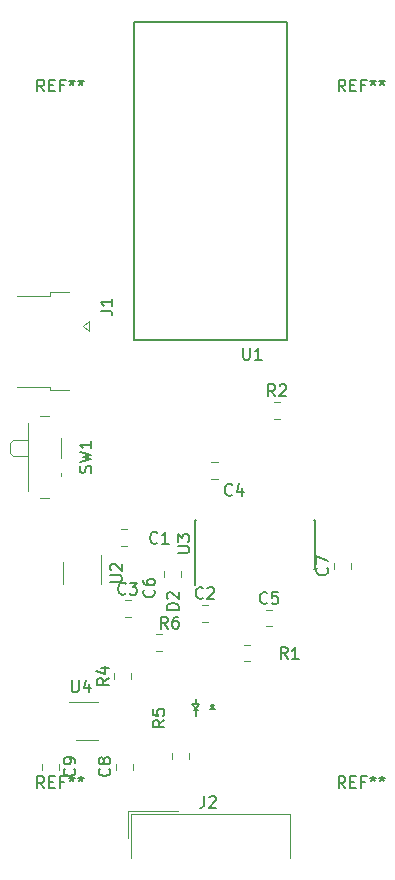
<source format=gto>
G04 #@! TF.GenerationSoftware,KiCad,Pcbnew,5.0.2-bee76a0~70~ubuntu16.04.1*
G04 #@! TF.CreationDate,2020-11-05T23:54:09+01:00*
G04 #@! TF.ProjectId,BTSerialClient,42545365-7269-4616-9c43-6c69656e742e,rev?*
G04 #@! TF.SameCoordinates,Original*
G04 #@! TF.FileFunction,Legend,Top*
G04 #@! TF.FilePolarity,Positive*
%FSLAX46Y46*%
G04 Gerber Fmt 4.6, Leading zero omitted, Abs format (unit mm)*
G04 Created by KiCad (PCBNEW 5.0.2-bee76a0~70~ubuntu16.04.1) date tor  5 nov 2020 23:54:09*
%MOMM*%
%LPD*%
G01*
G04 APERTURE LIST*
%ADD10C,0.120000*%
%ADD11C,0.150000*%
G04 APERTURE END LIST*
D10*
G04 #@! TO.C,J1*
X110385640Y-54632680D02*
X110835640Y-54232680D01*
X110835640Y-54232680D02*
X110835640Y-55032680D01*
X110835640Y-55032680D02*
X110385640Y-54632680D01*
X104785640Y-59757680D02*
X107585640Y-59757680D01*
X107585640Y-59757680D02*
X107585640Y-60057680D01*
X107585640Y-60057680D02*
X109135640Y-60057680D01*
X104785640Y-52057680D02*
X107585640Y-52057680D01*
X107585640Y-51757680D02*
X107585640Y-52057680D01*
X107585640Y-51757680D02*
X109135640Y-51757680D01*
G04 #@! TO.C,C1*
X113586628Y-73230920D02*
X114109132Y-73230920D01*
X113586628Y-71810920D02*
X114109132Y-71810920D01*
G04 #@! TO.C,C2*
X120419228Y-79643040D02*
X120941732Y-79643040D01*
X120419228Y-78223040D02*
X120941732Y-78223040D01*
G04 #@! TO.C,C3*
X113871108Y-77845960D02*
X114393612Y-77845960D01*
X113871108Y-79265960D02*
X114393612Y-79265960D01*
G04 #@! TO.C,C4*
X121755812Y-67552640D02*
X121233308Y-67552640D01*
X121755812Y-66132640D02*
X121233308Y-66132640D01*
G04 #@! TO.C,C5*
X125849868Y-78624360D02*
X126372372Y-78624360D01*
X125849868Y-80044360D02*
X126372372Y-80044360D01*
G04 #@! TO.C,C6*
X117227280Y-75902452D02*
X117227280Y-75379948D01*
X118647280Y-75902452D02*
X118647280Y-75379948D01*
G04 #@! TO.C,C7*
X133023680Y-75181092D02*
X133023680Y-74658588D01*
X131603680Y-75181092D02*
X131603680Y-74658588D01*
G04 #@! TO.C,C8*
X113163280Y-92187772D02*
X113163280Y-91665268D01*
X114583280Y-92187772D02*
X114583280Y-91665268D01*
G04 #@! TO.C,C9*
X106899640Y-91670348D02*
X106899640Y-92192852D01*
X108319640Y-91670348D02*
X108319640Y-92192852D01*
G04 #@! TO.C,J2*
X127894033Y-99687600D02*
X127894033Y-95947600D01*
X127894033Y-95947600D02*
X114447367Y-95947600D01*
X114447367Y-95947600D02*
X114447367Y-99687600D01*
X114207367Y-97947600D02*
X114207367Y-95707600D01*
X114207367Y-95707600D02*
X118400700Y-95707600D01*
G04 #@! TO.C,R1*
X123968748Y-83020000D02*
X124491252Y-83020000D01*
X123968748Y-81600000D02*
X124491252Y-81600000D01*
G04 #@! TO.C,R2*
X126530468Y-61047560D02*
X127052972Y-61047560D01*
X126530468Y-62467560D02*
X127052972Y-62467560D01*
G04 #@! TO.C,R4*
X113021040Y-84532212D02*
X113021040Y-84009708D01*
X114441040Y-84532212D02*
X114441040Y-84009708D01*
G04 #@! TO.C,SW1*
X108536600Y-67098360D02*
X108536600Y-67298360D01*
X104396600Y-64298360D02*
X104186600Y-64498360D01*
X104396600Y-65598360D02*
X104186600Y-65398360D01*
X105686600Y-64298360D02*
X104396600Y-64298360D01*
X104186600Y-64498360D02*
X104186600Y-65398360D01*
X104396600Y-65598360D02*
X105686600Y-65598360D01*
X105686600Y-62848360D02*
X105686600Y-68548360D01*
X108536600Y-64098360D02*
X108536600Y-65798360D01*
X107486600Y-62248360D02*
X106696600Y-62248360D01*
X106696600Y-69148360D02*
X107486600Y-69148360D01*
D11*
G04 #@! TO.C,U1*
X114670700Y-28868720D02*
X127670700Y-28868720D01*
X127670700Y-28868720D02*
X127670700Y-55768720D01*
X114670700Y-28868720D02*
X114670700Y-55768720D01*
X114670700Y-55768720D02*
X127670700Y-55768720D01*
D10*
G04 #@! TO.C,U2*
X111896800Y-76438440D02*
X111896800Y-73988440D01*
X108676800Y-74638440D02*
X108676800Y-76438440D01*
D11*
G04 #@! TO.C,U3*
X119837240Y-75150800D02*
X119862240Y-75150800D01*
X119837240Y-71000800D02*
X119942240Y-71000800D01*
X129987240Y-71000800D02*
X129882240Y-71000800D01*
X129987240Y-75150800D02*
X129882240Y-75150800D01*
X119837240Y-75150800D02*
X119837240Y-71000800D01*
X129987240Y-75150800D02*
X129987240Y-71000800D01*
X119862240Y-75150800D02*
X119862240Y-76525800D01*
D10*
G04 #@! TO.C,U4*
X109788120Y-89670640D02*
X111588120Y-89670640D01*
X111588120Y-86450640D02*
X109138120Y-86450640D01*
D11*
G04 #@! TO.C,D2*
X121310000Y-86920000D02*
X121160000Y-86720000D01*
X121160000Y-86720000D02*
X121460000Y-86720000D01*
X121460000Y-86720000D02*
X121310000Y-86920000D01*
X121110000Y-87070000D02*
X121510000Y-87070000D01*
X119610000Y-86620000D02*
X119910000Y-87020000D01*
X119910000Y-87020000D02*
X120210000Y-86620000D01*
X119610000Y-86620000D02*
X120210000Y-86620000D01*
X119760000Y-87170000D02*
X120060000Y-87170000D01*
X119910000Y-87220000D02*
X119910000Y-87620000D01*
X119910000Y-86620000D02*
X119910000Y-86170000D01*
D10*
G04 #@! TO.C,R5*
X119310000Y-91261252D02*
X119310000Y-90738748D01*
X117890000Y-91261252D02*
X117890000Y-90738748D01*
G04 #@! TO.C,R6*
X116548748Y-80690000D02*
X117071252Y-80690000D01*
X116548748Y-82110000D02*
X117071252Y-82110000D01*
G04 #@! TO.C,REF\002A\002A*
D11*
X132566666Y-93752380D02*
X132233333Y-93276190D01*
X131995238Y-93752380D02*
X131995238Y-92752380D01*
X132376190Y-92752380D01*
X132471428Y-92800000D01*
X132519047Y-92847619D01*
X132566666Y-92942857D01*
X132566666Y-93085714D01*
X132519047Y-93180952D01*
X132471428Y-93228571D01*
X132376190Y-93276190D01*
X131995238Y-93276190D01*
X132995238Y-93228571D02*
X133328571Y-93228571D01*
X133471428Y-93752380D02*
X132995238Y-93752380D01*
X132995238Y-92752380D01*
X133471428Y-92752380D01*
X134233333Y-93228571D02*
X133900000Y-93228571D01*
X133900000Y-93752380D02*
X133900000Y-92752380D01*
X134376190Y-92752380D01*
X134900000Y-92752380D02*
X134900000Y-92990476D01*
X134661904Y-92895238D02*
X134900000Y-92990476D01*
X135138095Y-92895238D01*
X134757142Y-93180952D02*
X134900000Y-92990476D01*
X135042857Y-93180952D01*
X135661904Y-92752380D02*
X135661904Y-92990476D01*
X135423809Y-92895238D02*
X135661904Y-92990476D01*
X135900000Y-92895238D01*
X135519047Y-93180952D02*
X135661904Y-92990476D01*
X135804761Y-93180952D01*
X132566666Y-34752380D02*
X132233333Y-34276190D01*
X131995238Y-34752380D02*
X131995238Y-33752380D01*
X132376190Y-33752380D01*
X132471428Y-33800000D01*
X132519047Y-33847619D01*
X132566666Y-33942857D01*
X132566666Y-34085714D01*
X132519047Y-34180952D01*
X132471428Y-34228571D01*
X132376190Y-34276190D01*
X131995238Y-34276190D01*
X132995238Y-34228571D02*
X133328571Y-34228571D01*
X133471428Y-34752380D02*
X132995238Y-34752380D01*
X132995238Y-33752380D01*
X133471428Y-33752380D01*
X134233333Y-34228571D02*
X133900000Y-34228571D01*
X133900000Y-34752380D02*
X133900000Y-33752380D01*
X134376190Y-33752380D01*
X134900000Y-33752380D02*
X134900000Y-33990476D01*
X134661904Y-33895238D02*
X134900000Y-33990476D01*
X135138095Y-33895238D01*
X134757142Y-34180952D02*
X134900000Y-33990476D01*
X135042857Y-34180952D01*
X135661904Y-33752380D02*
X135661904Y-33990476D01*
X135423809Y-33895238D02*
X135661904Y-33990476D01*
X135900000Y-33895238D01*
X135519047Y-34180952D02*
X135661904Y-33990476D01*
X135804761Y-34180952D01*
X107066666Y-34752380D02*
X106733333Y-34276190D01*
X106495238Y-34752380D02*
X106495238Y-33752380D01*
X106876190Y-33752380D01*
X106971428Y-33800000D01*
X107019047Y-33847619D01*
X107066666Y-33942857D01*
X107066666Y-34085714D01*
X107019047Y-34180952D01*
X106971428Y-34228571D01*
X106876190Y-34276190D01*
X106495238Y-34276190D01*
X107495238Y-34228571D02*
X107828571Y-34228571D01*
X107971428Y-34752380D02*
X107495238Y-34752380D01*
X107495238Y-33752380D01*
X107971428Y-33752380D01*
X108733333Y-34228571D02*
X108400000Y-34228571D01*
X108400000Y-34752380D02*
X108400000Y-33752380D01*
X108876190Y-33752380D01*
X109400000Y-33752380D02*
X109400000Y-33990476D01*
X109161904Y-33895238D02*
X109400000Y-33990476D01*
X109638095Y-33895238D01*
X109257142Y-34180952D02*
X109400000Y-33990476D01*
X109542857Y-34180952D01*
X110161904Y-33752380D02*
X110161904Y-33990476D01*
X109923809Y-33895238D02*
X110161904Y-33990476D01*
X110400000Y-33895238D01*
X110019047Y-34180952D02*
X110161904Y-33990476D01*
X110304761Y-34180952D01*
G04 #@! TO.C,J1*
X111849820Y-53339813D02*
X112564106Y-53339813D01*
X112706963Y-53387432D01*
X112802201Y-53482670D01*
X112849820Y-53625527D01*
X112849820Y-53720765D01*
X112849820Y-52339813D02*
X112849820Y-52911241D01*
X112849820Y-52625527D02*
X111849820Y-52625527D01*
X111992678Y-52720765D01*
X112087916Y-52816003D01*
X112135535Y-52911241D01*
G04 #@! TO.C,C1*
X116653013Y-72949182D02*
X116605394Y-72996801D01*
X116462537Y-73044420D01*
X116367299Y-73044420D01*
X116224441Y-72996801D01*
X116129203Y-72901563D01*
X116081584Y-72806325D01*
X116033965Y-72615849D01*
X116033965Y-72472992D01*
X116081584Y-72282516D01*
X116129203Y-72187278D01*
X116224441Y-72092040D01*
X116367299Y-72044420D01*
X116462537Y-72044420D01*
X116605394Y-72092040D01*
X116653013Y-72139659D01*
X117605394Y-73044420D02*
X117033965Y-73044420D01*
X117319680Y-73044420D02*
X117319680Y-72044420D01*
X117224441Y-72187278D01*
X117129203Y-72282516D01*
X117033965Y-72330135D01*
G04 #@! TO.C,C2*
X120513813Y-77640182D02*
X120466194Y-77687801D01*
X120323337Y-77735420D01*
X120228099Y-77735420D01*
X120085241Y-77687801D01*
X119990003Y-77592563D01*
X119942384Y-77497325D01*
X119894765Y-77306849D01*
X119894765Y-77163992D01*
X119942384Y-76973516D01*
X119990003Y-76878278D01*
X120085241Y-76783040D01*
X120228099Y-76735420D01*
X120323337Y-76735420D01*
X120466194Y-76783040D01*
X120513813Y-76830659D01*
X120894765Y-76830659D02*
X120942384Y-76783040D01*
X121037622Y-76735420D01*
X121275718Y-76735420D01*
X121370956Y-76783040D01*
X121418575Y-76830659D01*
X121466194Y-76925897D01*
X121466194Y-77021135D01*
X121418575Y-77163992D01*
X120847146Y-77735420D01*
X121466194Y-77735420D01*
G04 #@! TO.C,C3*
X113965693Y-77263102D02*
X113918074Y-77310721D01*
X113775217Y-77358340D01*
X113679979Y-77358340D01*
X113537121Y-77310721D01*
X113441883Y-77215483D01*
X113394264Y-77120245D01*
X113346645Y-76929769D01*
X113346645Y-76786912D01*
X113394264Y-76596436D01*
X113441883Y-76501198D01*
X113537121Y-76405960D01*
X113679979Y-76358340D01*
X113775217Y-76358340D01*
X113918074Y-76405960D01*
X113965693Y-76453579D01*
X114299026Y-76358340D02*
X114918074Y-76358340D01*
X114584740Y-76739293D01*
X114727598Y-76739293D01*
X114822836Y-76786912D01*
X114870455Y-76834531D01*
X114918074Y-76929769D01*
X114918074Y-77167864D01*
X114870455Y-77263102D01*
X114822836Y-77310721D01*
X114727598Y-77358340D01*
X114441883Y-77358340D01*
X114346645Y-77310721D01*
X114299026Y-77263102D01*
G04 #@! TO.C,C4*
X122987773Y-68886342D02*
X122940154Y-68933961D01*
X122797297Y-68981580D01*
X122702059Y-68981580D01*
X122559201Y-68933961D01*
X122463963Y-68838723D01*
X122416344Y-68743485D01*
X122368725Y-68553009D01*
X122368725Y-68410152D01*
X122416344Y-68219676D01*
X122463963Y-68124438D01*
X122559201Y-68029200D01*
X122702059Y-67981580D01*
X122797297Y-67981580D01*
X122940154Y-68029200D01*
X122987773Y-68076819D01*
X123844916Y-68314914D02*
X123844916Y-68981580D01*
X123606820Y-67933961D02*
X123368725Y-68648247D01*
X123987773Y-68648247D01*
G04 #@! TO.C,C5*
X125944453Y-78041502D02*
X125896834Y-78089121D01*
X125753977Y-78136740D01*
X125658739Y-78136740D01*
X125515881Y-78089121D01*
X125420643Y-77993883D01*
X125373024Y-77898645D01*
X125325405Y-77708169D01*
X125325405Y-77565312D01*
X125373024Y-77374836D01*
X125420643Y-77279598D01*
X125515881Y-77184360D01*
X125658739Y-77136740D01*
X125753977Y-77136740D01*
X125896834Y-77184360D01*
X125944453Y-77231979D01*
X126849215Y-77136740D02*
X126373024Y-77136740D01*
X126325405Y-77612931D01*
X126373024Y-77565312D01*
X126468262Y-77517693D01*
X126706358Y-77517693D01*
X126801596Y-77565312D01*
X126849215Y-77612931D01*
X126896834Y-77708169D01*
X126896834Y-77946264D01*
X126849215Y-78041502D01*
X126801596Y-78089121D01*
X126706358Y-78136740D01*
X126468262Y-78136740D01*
X126373024Y-78089121D01*
X126325405Y-78041502D01*
G04 #@! TO.C,C6*
X116338622Y-76955946D02*
X116386241Y-77003565D01*
X116433860Y-77146422D01*
X116433860Y-77241660D01*
X116386241Y-77384518D01*
X116291003Y-77479756D01*
X116195765Y-77527375D01*
X116005289Y-77574994D01*
X115862432Y-77574994D01*
X115671956Y-77527375D01*
X115576718Y-77479756D01*
X115481480Y-77384518D01*
X115433860Y-77241660D01*
X115433860Y-77146422D01*
X115481480Y-77003565D01*
X115529099Y-76955946D01*
X115433860Y-76098803D02*
X115433860Y-76289280D01*
X115481480Y-76384518D01*
X115529099Y-76432137D01*
X115671956Y-76527375D01*
X115862432Y-76574994D01*
X116243384Y-76574994D01*
X116338622Y-76527375D01*
X116386241Y-76479756D01*
X116433860Y-76384518D01*
X116433860Y-76194041D01*
X116386241Y-76098803D01*
X116338622Y-76051184D01*
X116243384Y-76003565D01*
X116005289Y-76003565D01*
X115910051Y-76051184D01*
X115862432Y-76098803D01*
X115814813Y-76194041D01*
X115814813Y-76384518D01*
X115862432Y-76479756D01*
X115910051Y-76527375D01*
X116005289Y-76574994D01*
G04 #@! TO.C,C7*
X131020822Y-75086506D02*
X131068441Y-75134125D01*
X131116060Y-75276982D01*
X131116060Y-75372220D01*
X131068441Y-75515078D01*
X130973203Y-75610316D01*
X130877965Y-75657935D01*
X130687489Y-75705554D01*
X130544632Y-75705554D01*
X130354156Y-75657935D01*
X130258918Y-75610316D01*
X130163680Y-75515078D01*
X130116060Y-75372220D01*
X130116060Y-75276982D01*
X130163680Y-75134125D01*
X130211299Y-75086506D01*
X130116060Y-74753173D02*
X130116060Y-74086506D01*
X131116060Y-74515078D01*
G04 #@! TO.C,C8*
X112580422Y-92093186D02*
X112628041Y-92140805D01*
X112675660Y-92283662D01*
X112675660Y-92378900D01*
X112628041Y-92521758D01*
X112532803Y-92616996D01*
X112437565Y-92664615D01*
X112247089Y-92712234D01*
X112104232Y-92712234D01*
X111913756Y-92664615D01*
X111818518Y-92616996D01*
X111723280Y-92521758D01*
X111675660Y-92378900D01*
X111675660Y-92283662D01*
X111723280Y-92140805D01*
X111770899Y-92093186D01*
X112104232Y-91521758D02*
X112056613Y-91616996D01*
X112008994Y-91664615D01*
X111913756Y-91712234D01*
X111866137Y-91712234D01*
X111770899Y-91664615D01*
X111723280Y-91616996D01*
X111675660Y-91521758D01*
X111675660Y-91331281D01*
X111723280Y-91236043D01*
X111770899Y-91188424D01*
X111866137Y-91140805D01*
X111913756Y-91140805D01*
X112008994Y-91188424D01*
X112056613Y-91236043D01*
X112104232Y-91331281D01*
X112104232Y-91521758D01*
X112151851Y-91616996D01*
X112199470Y-91664615D01*
X112294708Y-91712234D01*
X112485184Y-91712234D01*
X112580422Y-91664615D01*
X112628041Y-91616996D01*
X112675660Y-91521758D01*
X112675660Y-91331281D01*
X112628041Y-91236043D01*
X112580422Y-91188424D01*
X112485184Y-91140805D01*
X112294708Y-91140805D01*
X112199470Y-91188424D01*
X112151851Y-91236043D01*
X112104232Y-91331281D01*
G04 #@! TO.C,C9*
X109616782Y-92098266D02*
X109664401Y-92145885D01*
X109712020Y-92288742D01*
X109712020Y-92383980D01*
X109664401Y-92526838D01*
X109569163Y-92622076D01*
X109473925Y-92669695D01*
X109283449Y-92717314D01*
X109140592Y-92717314D01*
X108950116Y-92669695D01*
X108854878Y-92622076D01*
X108759640Y-92526838D01*
X108712020Y-92383980D01*
X108712020Y-92288742D01*
X108759640Y-92145885D01*
X108807259Y-92098266D01*
X109712020Y-91622076D02*
X109712020Y-91431600D01*
X109664401Y-91336361D01*
X109616782Y-91288742D01*
X109473925Y-91193504D01*
X109283449Y-91145885D01*
X108902497Y-91145885D01*
X108807259Y-91193504D01*
X108759640Y-91241123D01*
X108712020Y-91336361D01*
X108712020Y-91526838D01*
X108759640Y-91622076D01*
X108807259Y-91669695D01*
X108902497Y-91717314D01*
X109140592Y-91717314D01*
X109235830Y-91669695D01*
X109283449Y-91622076D01*
X109331068Y-91526838D01*
X109331068Y-91336361D01*
X109283449Y-91241123D01*
X109235830Y-91193504D01*
X109140592Y-91145885D01*
G04 #@! TO.C,J2*
X120611306Y-94423100D02*
X120611306Y-95137386D01*
X120563687Y-95280243D01*
X120468449Y-95375481D01*
X120325592Y-95423100D01*
X120230354Y-95423100D01*
X121039878Y-94518339D02*
X121087497Y-94470720D01*
X121182735Y-94423100D01*
X121420830Y-94423100D01*
X121516068Y-94470720D01*
X121563687Y-94518339D01*
X121611306Y-94613577D01*
X121611306Y-94708815D01*
X121563687Y-94851672D01*
X120992259Y-95423100D01*
X121611306Y-95423100D01*
G04 #@! TO.C,R1*
X127677179Y-82811173D02*
X127343846Y-82334983D01*
X127105750Y-82811173D02*
X127105750Y-81811173D01*
X127486703Y-81811173D01*
X127581941Y-81858793D01*
X127629560Y-81906412D01*
X127677179Y-82001650D01*
X127677179Y-82144507D01*
X127629560Y-82239745D01*
X127581941Y-82287364D01*
X127486703Y-82334983D01*
X127105750Y-82334983D01*
X128629560Y-82811173D02*
X128058131Y-82811173D01*
X128343846Y-82811173D02*
X128343846Y-81811173D01*
X128248607Y-81954031D01*
X128153369Y-82049269D01*
X128058131Y-82096888D01*
G04 #@! TO.C,R2*
X126625053Y-60559940D02*
X126291720Y-60083750D01*
X126053624Y-60559940D02*
X126053624Y-59559940D01*
X126434577Y-59559940D01*
X126529815Y-59607560D01*
X126577434Y-59655179D01*
X126625053Y-59750417D01*
X126625053Y-59893274D01*
X126577434Y-59988512D01*
X126529815Y-60036131D01*
X126434577Y-60083750D01*
X126053624Y-60083750D01*
X127006005Y-59655179D02*
X127053624Y-59607560D01*
X127148862Y-59559940D01*
X127386958Y-59559940D01*
X127482196Y-59607560D01*
X127529815Y-59655179D01*
X127577434Y-59750417D01*
X127577434Y-59845655D01*
X127529815Y-59988512D01*
X126958386Y-60559940D01*
X127577434Y-60559940D01*
G04 #@! TO.C,R4*
X112533420Y-84437626D02*
X112057230Y-84770960D01*
X112533420Y-85009055D02*
X111533420Y-85009055D01*
X111533420Y-84628102D01*
X111581040Y-84532864D01*
X111628659Y-84485245D01*
X111723897Y-84437626D01*
X111866754Y-84437626D01*
X111961992Y-84485245D01*
X112009611Y-84532864D01*
X112057230Y-84628102D01*
X112057230Y-85009055D01*
X111866754Y-83580483D02*
X112533420Y-83580483D01*
X111485801Y-83818579D02*
X112200087Y-84056674D01*
X112200087Y-83437626D01*
G04 #@! TO.C,SW1*
X111021361Y-67031693D02*
X111068980Y-66888836D01*
X111068980Y-66650740D01*
X111021361Y-66555502D01*
X110973742Y-66507883D01*
X110878504Y-66460264D01*
X110783266Y-66460264D01*
X110688028Y-66507883D01*
X110640409Y-66555502D01*
X110592790Y-66650740D01*
X110545171Y-66841217D01*
X110497552Y-66936455D01*
X110449933Y-66984074D01*
X110354695Y-67031693D01*
X110259457Y-67031693D01*
X110164219Y-66984074D01*
X110116600Y-66936455D01*
X110068980Y-66841217D01*
X110068980Y-66603121D01*
X110116600Y-66460264D01*
X110068980Y-66126931D02*
X111068980Y-65888836D01*
X110354695Y-65698360D01*
X111068980Y-65507883D01*
X110068980Y-65269788D01*
X111068980Y-64365026D02*
X111068980Y-64936455D01*
X111068980Y-64650740D02*
X110068980Y-64650740D01*
X110211838Y-64745979D01*
X110307076Y-64841217D01*
X110354695Y-64936455D01*
G04 #@! TO.C,U1*
X123908795Y-56471100D02*
X123908795Y-57280624D01*
X123956414Y-57375862D01*
X124004033Y-57423481D01*
X124099271Y-57471100D01*
X124289747Y-57471100D01*
X124384985Y-57423481D01*
X124432604Y-57375862D01*
X124480223Y-57280624D01*
X124480223Y-56471100D01*
X125480223Y-57471100D02*
X124908795Y-57471100D01*
X125194509Y-57471100D02*
X125194509Y-56471100D01*
X125099271Y-56613958D01*
X125004033Y-56709196D01*
X124908795Y-56756815D01*
G04 #@! TO.C,U2*
X112639180Y-76300344D02*
X113448704Y-76300344D01*
X113543942Y-76252725D01*
X113591561Y-76205106D01*
X113639180Y-76109868D01*
X113639180Y-75919392D01*
X113591561Y-75824154D01*
X113543942Y-75776535D01*
X113448704Y-75728916D01*
X112639180Y-75728916D01*
X112734419Y-75300344D02*
X112686800Y-75252725D01*
X112639180Y-75157487D01*
X112639180Y-74919392D01*
X112686800Y-74824154D01*
X112734419Y-74776535D01*
X112829657Y-74728916D01*
X112924895Y-74728916D01*
X113067752Y-74776535D01*
X113639180Y-75347963D01*
X113639180Y-74728916D01*
G04 #@! TO.C,U3*
X118364620Y-73837704D02*
X119174144Y-73837704D01*
X119269382Y-73790085D01*
X119317001Y-73742466D01*
X119364620Y-73647228D01*
X119364620Y-73456752D01*
X119317001Y-73361514D01*
X119269382Y-73313895D01*
X119174144Y-73266276D01*
X118364620Y-73266276D01*
X118364620Y-72885323D02*
X118364620Y-72266276D01*
X118745573Y-72599609D01*
X118745573Y-72456752D01*
X118793192Y-72361514D01*
X118840811Y-72313895D01*
X118936049Y-72266276D01*
X119174144Y-72266276D01*
X119269382Y-72313895D01*
X119317001Y-72361514D01*
X119364620Y-72456752D01*
X119364620Y-72742466D01*
X119317001Y-72837704D01*
X119269382Y-72885323D01*
G04 #@! TO.C,U4*
X109408055Y-84627580D02*
X109408055Y-85437104D01*
X109455674Y-85532342D01*
X109503293Y-85579961D01*
X109598531Y-85627580D01*
X109789007Y-85627580D01*
X109884245Y-85579961D01*
X109931864Y-85532342D01*
X109979483Y-85437104D01*
X109979483Y-84627580D01*
X110884245Y-84960914D02*
X110884245Y-85627580D01*
X110646150Y-84579961D02*
X110408055Y-85294247D01*
X111027102Y-85294247D01*
G04 #@! TO.C,D2*
X118462380Y-78658095D02*
X117462380Y-78658095D01*
X117462380Y-78420000D01*
X117510000Y-78277142D01*
X117605238Y-78181904D01*
X117700476Y-78134285D01*
X117890952Y-78086666D01*
X118033809Y-78086666D01*
X118224285Y-78134285D01*
X118319523Y-78181904D01*
X118414761Y-78277142D01*
X118462380Y-78420000D01*
X118462380Y-78658095D01*
X117557619Y-77705714D02*
X117510000Y-77658095D01*
X117462380Y-77562857D01*
X117462380Y-77324761D01*
X117510000Y-77229523D01*
X117557619Y-77181904D01*
X117652857Y-77134285D01*
X117748095Y-77134285D01*
X117890952Y-77181904D01*
X118462380Y-77753333D01*
X118462380Y-77134285D01*
G04 #@! TO.C,R5*
X117257381Y-87981665D02*
X116781191Y-88314999D01*
X117257381Y-88553094D02*
X116257381Y-88553094D01*
X116257381Y-88172141D01*
X116305001Y-88076903D01*
X116352620Y-88029284D01*
X116447858Y-87981665D01*
X116590715Y-87981665D01*
X116685953Y-88029284D01*
X116733572Y-88076903D01*
X116781191Y-88172141D01*
X116781191Y-88553094D01*
X116257381Y-87076903D02*
X116257381Y-87553094D01*
X116733572Y-87600713D01*
X116685953Y-87553094D01*
X116638334Y-87457856D01*
X116638334Y-87219760D01*
X116685953Y-87124522D01*
X116733572Y-87076903D01*
X116828810Y-87029284D01*
X117066905Y-87029284D01*
X117162143Y-87076903D01*
X117209762Y-87124522D01*
X117257381Y-87219760D01*
X117257381Y-87457856D01*
X117209762Y-87553094D01*
X117162143Y-87600713D01*
G04 #@! TO.C,R6*
X117533333Y-80232380D02*
X117200000Y-79756190D01*
X116961904Y-80232380D02*
X116961904Y-79232380D01*
X117342857Y-79232380D01*
X117438095Y-79280000D01*
X117485714Y-79327619D01*
X117533333Y-79422857D01*
X117533333Y-79565714D01*
X117485714Y-79660952D01*
X117438095Y-79708571D01*
X117342857Y-79756190D01*
X116961904Y-79756190D01*
X118390476Y-79232380D02*
X118200000Y-79232380D01*
X118104761Y-79280000D01*
X118057142Y-79327619D01*
X117961904Y-79470476D01*
X117914285Y-79660952D01*
X117914285Y-80041904D01*
X117961904Y-80137142D01*
X118009523Y-80184761D01*
X118104761Y-80232380D01*
X118295238Y-80232380D01*
X118390476Y-80184761D01*
X118438095Y-80137142D01*
X118485714Y-80041904D01*
X118485714Y-79803809D01*
X118438095Y-79708571D01*
X118390476Y-79660952D01*
X118295238Y-79613333D01*
X118104761Y-79613333D01*
X118009523Y-79660952D01*
X117961904Y-79708571D01*
X117914285Y-79803809D01*
G04 #@! TO.C,REF\002A\002A*
X107066666Y-93752380D02*
X106733333Y-93276190D01*
X106495238Y-93752380D02*
X106495238Y-92752380D01*
X106876190Y-92752380D01*
X106971428Y-92800000D01*
X107019047Y-92847619D01*
X107066666Y-92942857D01*
X107066666Y-93085714D01*
X107019047Y-93180952D01*
X106971428Y-93228571D01*
X106876190Y-93276190D01*
X106495238Y-93276190D01*
X107495238Y-93228571D02*
X107828571Y-93228571D01*
X107971428Y-93752380D02*
X107495238Y-93752380D01*
X107495238Y-92752380D01*
X107971428Y-92752380D01*
X108733333Y-93228571D02*
X108400000Y-93228571D01*
X108400000Y-93752380D02*
X108400000Y-92752380D01*
X108876190Y-92752380D01*
X109400000Y-92752380D02*
X109400000Y-92990476D01*
X109161904Y-92895238D02*
X109400000Y-92990476D01*
X109638095Y-92895238D01*
X109257142Y-93180952D02*
X109400000Y-92990476D01*
X109542857Y-93180952D01*
X110161904Y-92752380D02*
X110161904Y-92990476D01*
X109923809Y-92895238D02*
X110161904Y-92990476D01*
X110400000Y-92895238D01*
X110019047Y-93180952D02*
X110161904Y-92990476D01*
X110304761Y-93180952D01*
G04 #@! TD*
M02*

</source>
